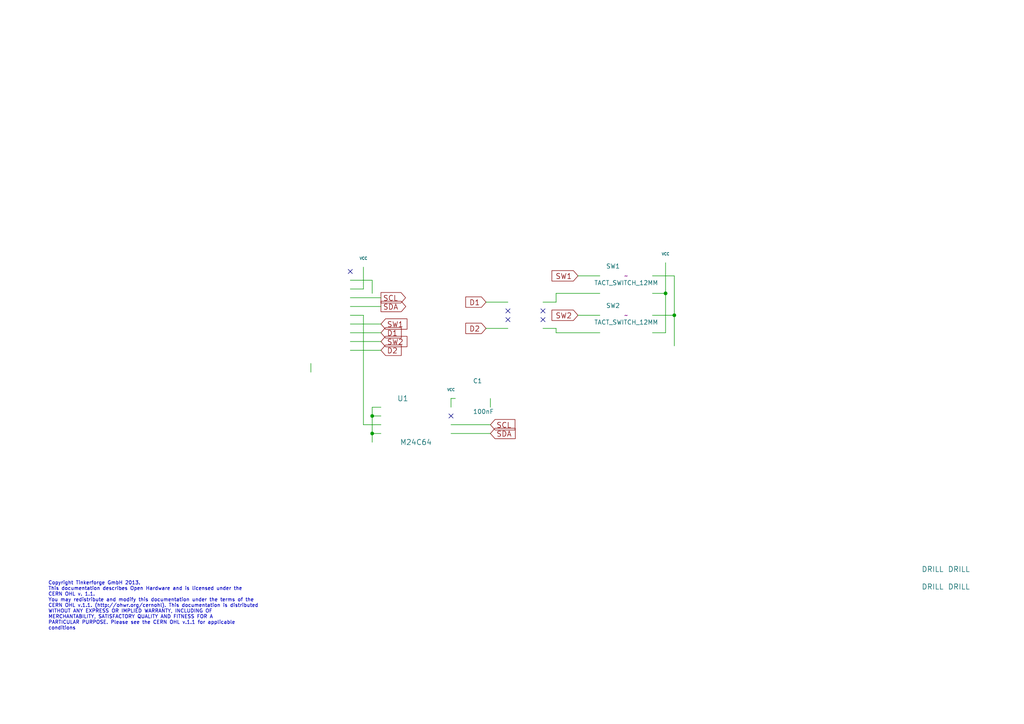
<source format=kicad_sch>
(kicad_sch (version 20230121) (generator eeschema)
  (paper "A4")
  (title_block (title "Dual Button Bricklet") (date "12 jul 2013") (rev "1.0") (company "Tinkerforge GmbH") (comment 1 "Licensed under CERN OHL v.1.1") (comment 2 "Copyright (©) 2013, B.Nordmeyer <bastian@tinkerforge.com>"))
  (lib_symbols)
  (junction (at 195.58 91.44))
  (junction (at 107.95 120.65))
  (junction (at 107.95 125.73))
  (junction (at 193.04 85.09))
  (no_connect (at 101.6 78.74))
  (no_connect (at 157.48 92.71))
  (no_connect (at 147.32 92.71))
  (no_connect (at 147.32 90.17))
  (no_connect (at 130.81 120.65))
  (no_connect (at 157.48 90.17))
  (wire (pts (xy 110.49 101.6) (xy 101.6 101.6)))
  (wire (pts (xy 189.23 85.09) (xy 193.04 85.09)))
  (wire (pts (xy 107.95 120.65) (xy 107.95 118.11)))
  (wire (pts (xy 130.81 123.19) (xy 142.24 123.19)))
  (wire (pts (xy 101.6 99.06) (xy 110.49 99.06)))
  (wire (pts (xy 173.99 91.44) (xy 167.64 91.44)))
  (wire (pts (xy 173.99 96.52) (xy 161.29 96.52)))
  (wire (pts (xy 130.81 118.11) (xy 130.81 115.57)))
  (wire (pts (xy 161.29 87.63) (xy 157.48 87.63)))
  (wire (pts (xy 140.97 95.25) (xy 147.32 95.25)))
  (wire (pts (xy 142.24 115.57) (xy 142.24 118.11)))
  (wire (pts (xy 193.04 85.09) (xy 193.04 96.52)))
  (wire (pts (xy 105.41 123.19) (xy 105.41 91.44)))
  (wire (pts (xy 173.99 85.09) (xy 161.29 85.09)))
  (wire (pts (xy 167.64 80.01) (xy 173.99 80.01)))
  (wire (pts (xy 105.41 83.82) (xy 101.6 83.82)))
  (wire (pts (xy 101.6 93.98) (xy 110.49 93.98)))
  (wire (pts (xy 130.81 115.57) (xy 132.08 115.57)))
  (wire (pts (xy 110.49 96.52) (xy 101.6 96.52)))
  (wire (pts (xy 195.58 80.01) (xy 195.58 91.44)))
  (wire (pts (xy 107.95 81.28) (xy 107.95 85.09)))
  (wire (pts (xy 107.95 118.11) (xy 110.49 118.11)))
  (wire (pts (xy 105.41 77.47) (xy 105.41 83.82)))
  (wire (pts (xy 107.95 125.73) (xy 107.95 120.65)))
  (wire (pts (xy 101.6 86.36) (xy 110.49 86.36)))
  (wire (pts (xy 130.81 125.73) (xy 142.24 125.73)))
  (wire (pts (xy 140.97 87.63) (xy 147.32 87.63)))
  (wire (pts (xy 189.23 80.01) (xy 195.58 80.01)))
  (wire (pts (xy 101.6 88.9) (xy 110.49 88.9)))
  (wire (pts (xy 110.49 123.19) (xy 105.41 123.19)))
  (wire (pts (xy 189.23 91.44) (xy 195.58 91.44)))
  (wire (pts (xy 107.95 125.73) (xy 110.49 125.73)))
  (wire (pts (xy 107.95 120.65) (xy 110.49 120.65)))
  (wire (pts (xy 90.17 107.95) (xy 90.17 105.41)))
  (wire (pts (xy 101.6 81.28) (xy 107.95 81.28)))
  (wire (pts (xy 193.04 76.2) (xy 193.04 85.09)))
  (wire (pts (xy 107.95 128.27) (xy 107.95 125.73)))
  (wire (pts (xy 193.04 96.52) (xy 189.23 96.52)))
  (wire (pts (xy 105.41 91.44) (xy 101.6 91.44)))
  (wire (pts (xy 161.29 96.52) (xy 161.29 95.25)))
  (wire (pts (xy 195.58 91.44) (xy 195.58 100.33)))
  (wire (pts (xy 161.29 95.25) (xy 157.48 95.25)))
  (wire (pts (xy 161.29 85.09) (xy 161.29 87.63)))
  (text "Copyright Tinkerforge GmbH 2013.\nThis documentation describes Open Hardware and is licensed under the\nCERN OHL v. 1.1.\nYou may redistribute and modify this documentation under the terms of the\nCERN OHL v.1.1. (http://ohwr.org/cernohl). This documentation is distributed\nWITHOUT ANY EXPRESS OR IMPLIED WARRANTY, INCLUDING OF\nMERCHANTABILITY, SATISFACTORY QUALITY AND FITNESS FOR A\nPARTICULAR PURPOSE. Please see the CERN OHL v.1.1 for applicable\nconditions\n" (at 13.97 182.88 0) (effects (font (size 1.016 1.016)) (justify left bottom)))
  (global_label "D2" (shape input) (at 110.49 101.6 0) (effects (font (size 1.524 1.524))) (property "Intersheetrefs" "${INTERSHEET_REFS}" (effects hide)))
  (global_label "SW2" (shape input) (at 167.64 91.44 180) (effects (font (size 1.524 1.524))) (property "Intersheetrefs" "${INTERSHEET_REFS}" (effects hide)))
  (global_label "SW1" (shape input) (at 110.49 93.98 0) (effects (font (size 1.524 1.524))) (property "Intersheetrefs" "${INTERSHEET_REFS}" (effects hide)))
  (global_label "SCL" (shape output) (at 110.49 86.36 0) (effects (font (size 1.524 1.524))) (property "Intersheetrefs" "${INTERSHEET_REFS}" (effects hide)))
  (global_label "SW1" (shape input) (at 167.64 80.01 180) (effects (font (size 1.524 1.524))) (property "Intersheetrefs" "${INTERSHEET_REFS}" (effects hide)))
  (global_label "D2" (shape input) (at 140.97 95.25 180) (effects (font (size 1.524 1.524))) (property "Intersheetrefs" "${INTERSHEET_REFS}" (effects hide)))
  (global_label "SDA" (shape input) (at 142.24 125.73 0) (effects (font (size 1.524 1.524))) (property "Intersheetrefs" "${INTERSHEET_REFS}" (effects hide)))
  (global_label "D1" (shape input) (at 140.97 87.63 180) (effects (font (size 1.524 1.524))) (property "Intersheetrefs" "${INTERSHEET_REFS}" (effects hide)))
  (global_label "SW2" (shape input) (at 110.49 99.06 0) (effects (font (size 1.524 1.524))) (property "Intersheetrefs" "${INTERSHEET_REFS}" (effects hide)))
  (global_label "D1" (shape input) (at 110.49 96.52 0) (effects (font (size 1.524 1.524))) (property "Intersheetrefs" "${INTERSHEET_REFS}" (effects hide)))
  (global_label "SCL" (shape input) (at 142.24 123.19 0) (effects (font (size 1.524 1.524))) (property "Intersheetrefs" "${INTERSHEET_REFS}" (effects hide)))
  (global_label "SDA" (shape output) (at 110.49 88.9 0) (effects (font (size 1.524 1.524))) (property "Intersheetrefs" "${INTERSHEET_REFS}" (effects hide)))
  (symbol (lib_id "CON-SENSOR") (at 90.17 90.17 0) (mirror y) (unit 1)
    (property "Reference" "P1" (at 96.52 76.2 0) (effects (font (size 1.524 1.524))))
    (property "Value" "CON-SENSOR" (at 86.36 90.17 90) (effects (font (size 1.524 1.524))))
    (property "Footprint" "CON-SENSOR" (effects hide))
  )
  (symbol (lib_id "GND") (at 90.17 107.95 0) (unit 1)
    (property "Reference" "#PWR06" (effects hide))
    (property "Value" "GND" (effects hide))
  )
  (symbol (lib_id "GND") (at 107.95 85.09 0) (unit 1)
    (property "Reference" "#PWR05" (effects hide))
    (property "Value" "GND" (effects hide))
  )
  (symbol (lib_id "VCC") (at 105.41 77.47 0) (unit 1)
    (property "Reference" "#PWR04" (effects hide))
    (property "Value" "VCC" (at 105.41 74.93 0) (effects (font (size 0.762 0.762))))
  )
  (symbol (lib_id "CAT24C") (at 120.65 128.27 0) (unit 1)
    (property "Reference" "U1" (at 116.84 115.57 0) (effects (font (size 1.524 1.524))))
    (property "Value" "M24C64" (at 120.65 128.27 0) (effects (font (size 1.524 1.524))))
    (property "Footprint" "SOIC8" (effects hide))
  )
  (symbol (lib_id "GND") (at 107.95 128.27 0) (unit 1)
    (property "Reference" "#PWR03" (effects hide))
    (property "Value" "GND" (effects hide))
  )
  (symbol (lib_id "VCC") (at 130.81 115.57 0) (unit 1)
    (property "Reference" "#PWR02" (effects hide))
    (property "Value" "VCC" (at 130.81 113.03 0) (effects (font (size 0.762 0.762))))
  )
  (symbol (lib_id "DRILL") (at 278.13 170.18 0) (unit 1)
    (property "Reference" "U5" (effects hide))
    (property "Value" "DRILL" (at 278.13 170.18 0) (effects (font (size 1.524 1.524))))
    (property "Footprint" "DRILL_NP" (effects hide))
  )
  (symbol (lib_id "DRILL") (at 278.13 165.1 0) (unit 1)
    (property "Reference" "U4" (effects hide))
    (property "Value" "DRILL" (at 278.13 165.1 0) (effects (font (size 1.524 1.524))))
    (property "Footprint" "DRILL_NP" (effects hide))
  )
  (symbol (lib_id "DRILL") (at 270.51 165.1 0) (unit 1)
    (property "Reference" "U2" (effects hide))
    (property "Value" "DRILL" (at 270.51 165.1 0) (effects (font (size 1.524 1.524))))
    (property "Footprint" "DRILL_NP" (effects hide))
  )
  (symbol (lib_id "DRILL") (at 270.51 170.18 0) (unit 1)
    (property "Reference" "U3" (effects hide))
    (property "Value" "DRILL" (at 270.51 170.18 0) (effects (font (size 1.524 1.524))))
    (property "Footprint" "DRILL_NP" (effects hide))
  )
  (symbol (lib_id "C") (at 137.16 115.57 270) (unit 1)
    (property "Reference" "C1" (at 137.16 110.49 90) (effects (justify left)))
    (property "Value" "100nF" (at 137.16 119.38 90) (effects (justify left)))
    (property "Footprint" "0603" (effects hide))
  )
  (symbol (lib_id "GND") (at 142.24 118.11 0) (unit 1)
    (property "Reference" "#PWR01" (effects hide))
    (property "Value" "GND" (effects hide))
  )
  (symbol (lib_id "TACT_SWITCH_12MM") (at 181.61 80.01 0) (mirror y) (unit 1)
    (property "Reference" "SW1" (at 177.8 77.216 0))
    (property "Value" "TACT_SWITCH_12MM" (at 181.61 82.042 0))
    (property "Footprint" "TACT_SWITCH_12mm" (effects hide))
    (property "Datasheet" "~" (at 181.61 80.01 0) (effects (font (size 1.524 1.524))))
  )
  (symbol (lib_id "TACT_SWITCH_12MM") (at 181.61 91.44 0) (mirror y) (unit 1)
    (property "Reference" "SW2" (at 177.8 88.646 0))
    (property "Value" "TACT_SWITCH_12MM" (at 181.61 93.472 0))
    (property "Footprint" "TACT_SWITCH_12mm" (effects hide))
    (property "Datasheet" "~" (at 181.61 91.44 0) (effects (font (size 1.524 1.524))))
  )
  (symbol (lib_id "GND") (at 195.58 100.33 0) (unit 1)
    (property "Reference" "#PWR07" (effects hide))
    (property "Value" "GND" (effects hide))
  )
  (symbol (lib_id "VCC") (at 193.04 76.2 0) (unit 1)
    (property "Reference" "#PWR08" (effects hide))
    (property "Value" "VCC" (at 193.04 73.66 0) (effects (font (size 0.762 0.762))))
  )
  (symbol (lib_id "R_PACK4") (at 152.4 96.52 0) (unit 1)
    (property "Reference" "RP1" (at 152.4 85.09 0) (effects (font (size 1.016 1.016))))
    (property "Value" "1k" (at 152.4 97.79 0) (effects (font (size 1.016 1.016))))
    (property "Footprint" "4X0603" (effects hide))
  )
)
</source>
